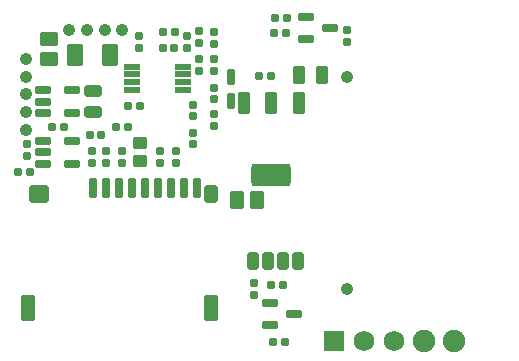
<source format=gbs>
G04 Layer_Color=16711935*
%FSLAX43Y43*%
%MOMM*%
G71*
G01*
G75*
G04:AMPARAMS|DCode=59|XSize=1.26mm|YSize=1.51mm|CornerRadius=0.176mm|HoleSize=0mm|Usage=FLASHONLY|Rotation=270.000|XOffset=0mm|YOffset=0mm|HoleType=Round|Shape=RoundedRectangle|*
%AMROUNDEDRECTD59*
21,1,1.260,1.157,0,0,270.0*
21,1,0.907,1.510,0,0,270.0*
1,1,0.352,-0.579,-0.454*
1,1,0.352,-0.579,0.454*
1,1,0.352,0.579,0.454*
1,1,0.352,0.579,-0.454*
%
%ADD59ROUNDEDRECTD59*%
G04:AMPARAMS|DCode=60|XSize=0.66mm|YSize=0.65mm|CornerRadius=0.1mm|HoleSize=0mm|Usage=FLASHONLY|Rotation=90.000|XOffset=0mm|YOffset=0mm|HoleType=Round|Shape=RoundedRectangle|*
%AMROUNDEDRECTD60*
21,1,0.660,0.450,0,0,90.0*
21,1,0.460,0.650,0,0,90.0*
1,1,0.200,0.225,0.230*
1,1,0.200,0.225,-0.230*
1,1,0.200,-0.225,-0.230*
1,1,0.200,-0.225,0.230*
%
%ADD60ROUNDEDRECTD60*%
G04:AMPARAMS|DCode=61|XSize=0.66mm|YSize=0.65mm|CornerRadius=0.1mm|HoleSize=0mm|Usage=FLASHONLY|Rotation=0.000|XOffset=0mm|YOffset=0mm|HoleType=Round|Shape=RoundedRectangle|*
%AMROUNDEDRECTD61*
21,1,0.660,0.450,0,0,0.0*
21,1,0.460,0.650,0,0,0.0*
1,1,0.200,0.230,-0.225*
1,1,0.200,-0.230,-0.225*
1,1,0.200,-0.230,0.225*
1,1,0.200,0.230,0.225*
%
%ADD61ROUNDEDRECTD61*%
G04:AMPARAMS|DCode=66|XSize=0.64mm|YSize=0.65mm|CornerRadius=0.099mm|HoleSize=0mm|Usage=FLASHONLY|Rotation=0.000|XOffset=0mm|YOffset=0mm|HoleType=Round|Shape=RoundedRectangle|*
%AMROUNDEDRECTD66*
21,1,0.640,0.453,0,0,0.0*
21,1,0.443,0.650,0,0,0.0*
1,1,0.198,0.221,-0.226*
1,1,0.198,-0.221,-0.226*
1,1,0.198,-0.221,0.226*
1,1,0.198,0.221,0.226*
%
%ADD66ROUNDEDRECTD66*%
G04:AMPARAMS|DCode=67|XSize=1.26mm|YSize=1.51mm|CornerRadius=0.176mm|HoleSize=0mm|Usage=FLASHONLY|Rotation=180.000|XOffset=0mm|YOffset=0mm|HoleType=Round|Shape=RoundedRectangle|*
%AMROUNDEDRECTD67*
21,1,1.260,1.157,0,0,180.0*
21,1,0.907,1.510,0,0,180.0*
1,1,0.352,-0.454,0.579*
1,1,0.352,0.454,0.579*
1,1,0.352,0.454,-0.579*
1,1,0.352,-0.454,-0.579*
%
%ADD67ROUNDEDRECTD67*%
G04:AMPARAMS|DCode=68|XSize=0.64mm|YSize=0.65mm|CornerRadius=0.099mm|HoleSize=0mm|Usage=FLASHONLY|Rotation=90.000|XOffset=0mm|YOffset=0mm|HoleType=Round|Shape=RoundedRectangle|*
%AMROUNDEDRECTD68*
21,1,0.640,0.453,0,0,90.0*
21,1,0.443,0.650,0,0,90.0*
1,1,0.198,0.226,0.221*
1,1,0.198,0.226,-0.221*
1,1,0.198,-0.226,-0.221*
1,1,0.198,-0.226,0.221*
%
%ADD68ROUNDEDRECTD68*%
G04:AMPARAMS|DCode=74|XSize=1.31mm|YSize=0.63mm|CornerRadius=0.098mm|HoleSize=0mm|Usage=FLASHONLY|Rotation=90.000|XOffset=0mm|YOffset=0mm|HoleType=Round|Shape=RoundedRectangle|*
%AMROUNDEDRECTD74*
21,1,1.310,0.435,0,0,90.0*
21,1,1.115,0.630,0,0,90.0*
1,1,0.195,0.217,0.557*
1,1,0.195,0.217,-0.557*
1,1,0.195,-0.217,-0.557*
1,1,0.195,-0.217,0.557*
%
%ADD74ROUNDEDRECTD74*%
G04:AMPARAMS|DCode=75|XSize=1.02mm|YSize=1.9mm|CornerRadius=0.146mm|HoleSize=0mm|Usage=FLASHONLY|Rotation=0.000|XOffset=0mm|YOffset=0mm|HoleType=Round|Shape=RoundedRectangle|*
%AMROUNDEDRECTD75*
21,1,1.020,1.607,0,0,0.0*
21,1,0.728,1.900,0,0,0.0*
1,1,0.292,0.364,-0.804*
1,1,0.292,-0.364,-0.804*
1,1,0.292,-0.364,0.804*
1,1,0.292,0.364,0.804*
%
%ADD75ROUNDEDRECTD75*%
G04:AMPARAMS|DCode=76|XSize=3.32mm|YSize=1.9mm|CornerRadius=0.256mm|HoleSize=0mm|Usage=FLASHONLY|Rotation=0.000|XOffset=0mm|YOffset=0mm|HoleType=Round|Shape=RoundedRectangle|*
%AMROUNDEDRECTD76*
21,1,3.320,1.387,0,0,0.0*
21,1,2.808,1.900,0,0,0.0*
1,1,0.512,1.404,-0.694*
1,1,0.512,-1.404,-0.694*
1,1,0.512,-1.404,0.694*
1,1,0.512,1.404,0.694*
%
%ADD76ROUNDEDRECTD76*%
G04:AMPARAMS|DCode=78|XSize=1.422mm|YSize=0.456mm|CornerRadius=0.076mm|HoleSize=0mm|Usage=FLASHONLY|Rotation=0.000|XOffset=0mm|YOffset=0mm|HoleType=Round|Shape=RoundedRectangle|*
%AMROUNDEDRECTD78*
21,1,1.422,0.305,0,0,0.0*
21,1,1.270,0.456,0,0,0.0*
1,1,0.152,0.635,-0.152*
1,1,0.152,-0.635,-0.152*
1,1,0.152,-0.635,0.152*
1,1,0.152,0.635,0.152*
%
%ADD78ROUNDEDRECTD78*%
%ADD80C,1.903*%
%ADD81C,1.750*%
%ADD82R,1.750X1.750*%
%ADD83C,0.050*%
%ADD84C,1.050*%
G04:AMPARAMS|DCode=85|XSize=1.05mm|YSize=1.45mm|CornerRadius=0.15mm|HoleSize=0mm|Usage=FLASHONLY|Rotation=0.000|XOffset=0mm|YOffset=0mm|HoleType=Round|Shape=RoundedRectangle|*
%AMROUNDEDRECTD85*
21,1,1.050,1.150,0,0,0.0*
21,1,0.750,1.450,0,0,0.0*
1,1,0.300,0.375,-0.575*
1,1,0.300,-0.375,-0.575*
1,1,0.300,-0.375,0.575*
1,1,0.300,0.375,0.575*
%
%ADD85ROUNDEDRECTD85*%
G04:AMPARAMS|DCode=86|XSize=1.58mm|YSize=1.07mm|CornerRadius=0.152mm|HoleSize=0mm|Usage=FLASHONLY|Rotation=270.000|XOffset=0mm|YOffset=0mm|HoleType=Round|Shape=RoundedRectangle|*
%AMROUNDEDRECTD86*
21,1,1.580,0.765,0,0,270.0*
21,1,1.275,1.070,0,0,270.0*
1,1,0.305,-0.383,-0.637*
1,1,0.305,-0.383,0.637*
1,1,0.305,0.383,0.637*
1,1,0.305,0.383,-0.637*
%
%ADD86ROUNDEDRECTD86*%
G04:AMPARAMS|DCode=87|XSize=0.66mm|YSize=1.4mm|CornerRadius=0.101mm|HoleSize=0mm|Usage=FLASHONLY|Rotation=270.000|XOffset=0mm|YOffset=0mm|HoleType=Round|Shape=RoundedRectangle|*
%AMROUNDEDRECTD87*
21,1,0.660,1.198,0,0,270.0*
21,1,0.458,1.400,0,0,270.0*
1,1,0.203,-0.599,-0.229*
1,1,0.203,-0.599,0.229*
1,1,0.203,0.599,0.229*
1,1,0.203,0.599,-0.229*
%
%ADD87ROUNDEDRECTD87*%
G04:AMPARAMS|DCode=88|XSize=1.25mm|YSize=2.25mm|CornerRadius=0.175mm|HoleSize=0mm|Usage=FLASHONLY|Rotation=0.000|XOffset=0mm|YOffset=0mm|HoleType=Round|Shape=RoundedRectangle|*
%AMROUNDEDRECTD88*
21,1,1.250,1.900,0,0,0.0*
21,1,0.900,2.250,0,0,0.0*
1,1,0.350,0.450,-0.950*
1,1,0.350,-0.450,-0.950*
1,1,0.350,-0.450,0.950*
1,1,0.350,0.450,0.950*
%
%ADD88ROUNDEDRECTD88*%
G04:AMPARAMS|DCode=89|XSize=0.75mm|YSize=1.65mm|CornerRadius=0.113mm|HoleSize=0mm|Usage=FLASHONLY|Rotation=180.000|XOffset=0mm|YOffset=0mm|HoleType=Round|Shape=RoundedRectangle|*
%AMROUNDEDRECTD89*
21,1,0.750,1.425,0,0,180.0*
21,1,0.525,1.650,0,0,180.0*
1,1,0.225,-0.263,0.713*
1,1,0.225,0.263,0.713*
1,1,0.225,0.263,-0.713*
1,1,0.225,-0.263,-0.713*
%
%ADD89ROUNDEDRECTD89*%
G04:AMPARAMS|DCode=90|XSize=1.65mm|YSize=1.45mm|CornerRadius=0.2mm|HoleSize=0mm|Usage=FLASHONLY|Rotation=0.000|XOffset=0mm|YOffset=0mm|HoleType=Round|Shape=RoundedRectangle|*
%AMROUNDEDRECTD90*
21,1,1.650,1.050,0,0,0.0*
21,1,1.250,1.450,0,0,0.0*
1,1,0.400,0.625,-0.525*
1,1,0.400,-0.625,-0.525*
1,1,0.400,-0.625,0.525*
1,1,0.400,0.625,0.525*
%
%ADD90ROUNDEDRECTD90*%
G04:AMPARAMS|DCode=91|XSize=1.25mm|YSize=1.45mm|CornerRadius=0.175mm|HoleSize=0mm|Usage=FLASHONLY|Rotation=0.000|XOffset=0mm|YOffset=0mm|HoleType=Round|Shape=RoundedRectangle|*
%AMROUNDEDRECTD91*
21,1,1.250,1.100,0,0,0.0*
21,1,0.900,1.450,0,0,0.0*
1,1,0.350,0.450,-0.550*
1,1,0.350,-0.450,-0.550*
1,1,0.350,-0.450,0.550*
1,1,0.350,0.450,0.550*
%
%ADD91ROUNDEDRECTD91*%
G04:AMPARAMS|DCode=92|XSize=1.1mm|YSize=1.12mm|CornerRadius=0.156mm|HoleSize=0mm|Usage=FLASHONLY|Rotation=90.000|XOffset=0mm|YOffset=0mm|HoleType=Round|Shape=RoundedRectangle|*
%AMROUNDEDRECTD92*
21,1,1.100,0.807,0,0,90.0*
21,1,0.787,1.120,0,0,90.0*
1,1,0.313,0.404,0.394*
1,1,0.313,0.404,-0.394*
1,1,0.313,-0.404,-0.394*
1,1,0.313,-0.404,0.394*
%
%ADD92ROUNDEDRECTD92*%
G04:AMPARAMS|DCode=93|XSize=0.66mm|YSize=1.31mm|CornerRadius=0.101mm|HoleSize=0mm|Usage=FLASHONLY|Rotation=270.000|XOffset=0mm|YOffset=0mm|HoleType=Round|Shape=RoundedRectangle|*
%AMROUNDEDRECTD93*
21,1,0.660,1.107,0,0,270.0*
21,1,0.458,1.310,0,0,270.0*
1,1,0.203,-0.554,-0.229*
1,1,0.203,-0.554,0.229*
1,1,0.203,0.554,0.229*
1,1,0.203,0.554,-0.229*
%
%ADD93ROUNDEDRECTD93*%
G04:AMPARAMS|DCode=94|XSize=1.05mm|YSize=1.45mm|CornerRadius=0.15mm|HoleSize=0mm|Usage=FLASHONLY|Rotation=90.000|XOffset=0mm|YOffset=0mm|HoleType=Round|Shape=RoundedRectangle|*
%AMROUNDEDRECTD94*
21,1,1.050,1.150,0,0,90.0*
21,1,0.750,1.450,0,0,90.0*
1,1,0.300,0.575,0.375*
1,1,0.300,0.575,-0.375*
1,1,0.300,-0.575,-0.375*
1,1,0.300,-0.575,0.375*
%
%ADD94ROUNDEDRECTD94*%
G04:AMPARAMS|DCode=95|XSize=1.33mm|YSize=1.92mm|CornerRadius=0.185mm|HoleSize=0mm|Usage=FLASHONLY|Rotation=0.000|XOffset=0mm|YOffset=0mm|HoleType=Round|Shape=RoundedRectangle|*
%AMROUNDEDRECTD95*
21,1,1.330,1.550,0,0,0.0*
21,1,0.960,1.920,0,0,0.0*
1,1,0.370,0.480,-0.775*
1,1,0.370,-0.480,-0.775*
1,1,0.370,-0.480,0.775*
1,1,0.370,0.480,0.775*
%
%ADD95ROUNDEDRECTD95*%
D59*
X-41300Y12190D02*
D03*
X-41300Y10500D02*
D03*
D60*
X-29595Y12400D02*
D03*
Y11400D02*
D03*
X-27300Y11800D02*
D03*
Y12800D02*
D03*
X-43125Y3262D02*
D03*
Y2262D02*
D03*
X-37600Y2700D02*
D03*
Y1700D02*
D03*
X-36450Y2700D02*
D03*
Y1700D02*
D03*
X-27300Y7075D02*
D03*
Y8075D02*
D03*
X-27300Y10475D02*
D03*
Y9475D02*
D03*
X-35100Y2700D02*
D03*
Y1700D02*
D03*
X-31900Y2700D02*
D03*
Y1700D02*
D03*
X-30500Y2700D02*
D03*
Y1700D02*
D03*
X-29100Y6625D02*
D03*
X-29100Y5625D02*
D03*
X-29100Y4250D02*
D03*
X-29100Y3250D02*
D03*
X-33684Y12434D02*
D03*
Y11434D02*
D03*
D61*
X-31650Y11434D02*
D03*
X-30650D02*
D03*
X-42900Y950D02*
D03*
X-43900D02*
D03*
X-37825Y4075D02*
D03*
X-36825D02*
D03*
X-23447Y9087D02*
D03*
X-22447D02*
D03*
X-22445Y-8625D02*
D03*
X-21445D02*
D03*
X-21139Y14000D02*
D03*
X-22139D02*
D03*
D66*
X-30612Y12751D02*
D03*
X-31638D02*
D03*
X-39995Y4770D02*
D03*
X-41020D02*
D03*
X-34550Y4700D02*
D03*
X-35575Y4700D02*
D03*
X-22300Y-13475D02*
D03*
X-21275D02*
D03*
X-22254Y12690D02*
D03*
X-21229Y12690D02*
D03*
X-33525Y6522D02*
D03*
X-34550Y6522D02*
D03*
D67*
X-23656Y-1419D02*
D03*
X-25346Y-1419D02*
D03*
D68*
X-28555Y11813D02*
D03*
Y12838D02*
D03*
X-27300Y5800D02*
D03*
Y4775D02*
D03*
X-28555Y9438D02*
D03*
Y10462D02*
D03*
X-23905Y-8480D02*
D03*
Y-9505D02*
D03*
X-16025Y11930D02*
D03*
X-16025Y12955D02*
D03*
D74*
X-25886Y6899D02*
D03*
X-25886Y8959D02*
D03*
D75*
X-24758Y6787D02*
D03*
X-22447Y6787D02*
D03*
X-20136Y6787D02*
D03*
D76*
X-22447Y688D02*
D03*
D78*
X-29891Y9852D02*
D03*
X-29891Y9192D02*
D03*
X-29891Y8532D02*
D03*
X-29891Y7871D02*
D03*
X-34259Y7871D02*
D03*
X-34259Y8532D02*
D03*
X-34259Y9192D02*
D03*
X-34259Y9852D02*
D03*
D80*
X-7005Y-13400D02*
D03*
X-9545Y-13400D02*
D03*
D81*
X-12085Y-13400D02*
D03*
X-14625Y-13400D02*
D03*
D82*
X-17165Y-13400D02*
D03*
D83*
X-2500Y12500D02*
D03*
X-16000Y5000D02*
D03*
Y-5000D02*
D03*
X-2500Y-12500D02*
D03*
X-44342Y14333D02*
D03*
D84*
X-16000Y9000D02*
D03*
Y-9000D02*
D03*
X-35045Y12966D02*
D03*
X-36545D02*
D03*
X-39545D02*
D03*
X-38045D02*
D03*
X-43175Y4500D02*
D03*
Y6000D02*
D03*
Y7500D02*
D03*
Y10500D02*
D03*
Y9000D02*
D03*
D85*
X-23968Y-6575D02*
D03*
X-20158D02*
D03*
X-22698D02*
D03*
X-21428D02*
D03*
D86*
X-18121Y9100D02*
D03*
X-20136D02*
D03*
D87*
X-19500Y12150D02*
D03*
Y14050D02*
D03*
X-17500Y13100D02*
D03*
X-22545Y-12050D02*
D03*
Y-10150D02*
D03*
X-20545Y-11100D02*
D03*
D88*
X-43050Y-10575D02*
D03*
X-27550D02*
D03*
D89*
X-37550Y-475D02*
D03*
X-36450D02*
D03*
X-35350D02*
D03*
X-34250D02*
D03*
X-33150D02*
D03*
X-32050D02*
D03*
X-30950D02*
D03*
X-29850D02*
D03*
X-28750D02*
D03*
D90*
X-42150Y-975D02*
D03*
D91*
X-27550D02*
D03*
D92*
X-33525Y3390D02*
D03*
Y1870D02*
D03*
D93*
X-39295Y5925D02*
D03*
X-39295Y7825D02*
D03*
X-41745Y7825D02*
D03*
Y6875D02*
D03*
Y5925D02*
D03*
Y1640D02*
D03*
Y2590D02*
D03*
Y3540D02*
D03*
X-39295Y3540D02*
D03*
X-39295Y1640D02*
D03*
D94*
X-37550Y6000D02*
D03*
X-37550Y7750D02*
D03*
D95*
X-39078Y10864D02*
D03*
X-36078D02*
D03*
M02*

</source>
